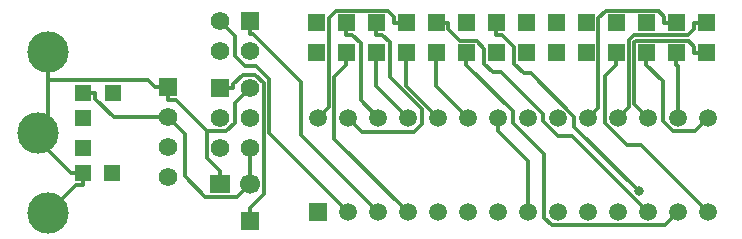
<source format=gbl>
G04 Layer: BottomLayer*
G04 EasyEDA v6.5.5, 2022-06-07 12:17:47*
G04 816fe8a47c3545be857c20b100b7e496,0a780afeddf54f0185a1b1f5ac8a31da,10*
G04 Gerber Generator version 0.2*
G04 Scale: 100 percent, Rotated: No, Reflected: No *
G04 Dimensions in millimeters *
G04 leading zeros omitted , absolute positions ,4 integer and 5 decimal *
%FSLAX45Y45*%
%MOMM*%

%ADD11C,0.3000*%
%ADD12C,0.8000*%
%ADD14C,1.7000*%
%ADD15R,1.5748X1.5748*%
%ADD16C,1.5748*%
%ADD18R,1.5000X1.5000*%
%ADD19C,1.5000*%
%ADD20C,3.5001*%
%ADD21R,1.4224X1.4224*%

%LPD*%
D11*
X5876569Y-1032255D02*
G01*
X5764758Y-1144066D01*
X5577484Y-1144066D01*
X5495569Y-1062151D01*
X5495569Y-722096D01*
X5354193Y-580720D01*
X5354193Y-479755D02*
G01*
X5354193Y-580720D01*
X2574569Y-1032255D02*
G01*
X2664485Y-942339D01*
X2664485Y-182295D01*
X2723311Y-123469D01*
X3169411Y-123469D01*
X3221227Y-175285D01*
X3221227Y-225755D01*
X3322193Y-225755D02*
G01*
X3221227Y-225755D01*
X5862193Y-479755D02*
G01*
X5761227Y-479755D01*
X5368569Y-1032255D02*
G01*
X5253050Y-916736D01*
X5253050Y-388035D01*
X5262473Y-378612D01*
X5710554Y-378612D01*
X5761227Y-429285D01*
X5761227Y-479755D01*
X1996693Y-322021D02*
G01*
X2023922Y-322021D01*
X2429103Y-727202D01*
X2429103Y-1178788D01*
X3082569Y-1832254D01*
X1996693Y-213055D02*
G01*
X1996693Y-322021D01*
X2828569Y-1832254D02*
G01*
X2159076Y-1162761D01*
X2159076Y-702182D01*
X2048789Y-591896D01*
X1953895Y-591896D01*
X1869694Y-507695D01*
X1869694Y-340055D01*
X1742694Y-213055D01*
X3336569Y-1032255D02*
G01*
X3068193Y-763879D01*
X3068193Y-479755D01*
X3590569Y-1032255D02*
G01*
X3322193Y-763879D01*
X3322193Y-479755D01*
X3844569Y-1032255D02*
G01*
X3576193Y-763879D01*
X3576193Y-479755D01*
X4860569Y-1032255D02*
G01*
X4947335Y-945489D01*
X4947335Y-185267D01*
X5007990Y-124612D01*
X5456554Y-124612D01*
X5507227Y-175285D01*
X5507227Y-225755D01*
X5608193Y-225755D02*
G01*
X5507227Y-225755D01*
X586739Y-817879D02*
G01*
X688086Y-817879D01*
X1299997Y-1022985D02*
G01*
X842518Y-1022985D01*
X688086Y-868553D01*
X688086Y-817879D01*
X1996693Y-1284096D02*
G01*
X1996693Y-1593113D01*
X1996693Y-1593113D02*
G01*
X1887550Y-1702257D01*
X1620012Y-1702257D01*
X1444853Y-1527098D01*
X1444853Y-1167841D01*
X1299997Y-1022985D01*
X2814193Y-326720D02*
G01*
X2864662Y-326720D01*
X2933979Y-396036D01*
X2933979Y-883665D01*
X3082569Y-1032255D01*
X2814193Y-225755D02*
G01*
X2814193Y-326720D01*
X5622569Y-1032255D02*
G01*
X5622569Y-595096D01*
X5608193Y-580720D01*
X5608193Y-479755D02*
G01*
X5608193Y-580720D01*
X3830193Y-580720D02*
G01*
X4225569Y-976096D01*
X4225569Y-1078737D01*
X4486071Y-1339240D01*
X4486071Y-1875967D01*
X4552772Y-1942668D01*
X5512155Y-1942668D01*
X5622569Y-1832254D01*
X3830193Y-479755D02*
G01*
X3830193Y-580720D01*
X1996693Y-1793189D02*
G01*
X2112162Y-1677720D01*
X2112162Y-736854D01*
X2040127Y-664819D01*
X1935683Y-664819D01*
X1851660Y-748842D01*
X1851660Y-776096D01*
X1996693Y-1902155D02*
G01*
X1996693Y-1793189D01*
X1742694Y-776096D02*
G01*
X1851660Y-776096D01*
X5876569Y-1832254D02*
G01*
X5305018Y-1260703D01*
X5188584Y-1260703D01*
X5006187Y-1078306D01*
X5006187Y-674725D01*
X5100193Y-580720D01*
X5100193Y-479755D02*
G01*
X5100193Y-580720D01*
X3068193Y-326720D02*
G01*
X3118662Y-326720D01*
X3179190Y-387248D01*
X3179190Y-685088D01*
X3450310Y-956208D01*
X3450310Y-1087145D01*
X3383991Y-1153464D01*
X2949778Y-1153464D01*
X2828569Y-1032255D01*
X3068193Y-225755D02*
G01*
X3068193Y-326720D01*
X5862193Y-225755D02*
G01*
X5761227Y-225755D01*
X5114569Y-1032255D02*
G01*
X5207634Y-939190D01*
X5207634Y-369239D01*
X5246827Y-330047D01*
X5707405Y-330047D01*
X5761227Y-276225D01*
X5761227Y-225755D01*
X5368569Y-1832254D02*
G01*
X4720386Y-1184071D01*
X4607407Y-1184071D01*
X4479569Y-1056233D01*
X4479569Y-1000785D01*
X4119930Y-641146D01*
X4051477Y-641146D01*
X3983050Y-572719D01*
X3983050Y-445338D01*
X3916324Y-378612D01*
X3779545Y-378612D01*
X3677158Y-276225D01*
X3677158Y-225755D01*
X3576193Y-225755D02*
G01*
X3677158Y-225755D01*
X3336569Y-1832254D02*
G01*
X2713227Y-1208912D01*
X2713227Y-681685D01*
X2814193Y-580720D01*
X2814193Y-479755D02*
G01*
X2814193Y-580720D01*
X1299997Y-768985D02*
G01*
X1299997Y-877951D01*
X1742694Y-1593113D02*
G01*
X1742694Y-1484147D01*
X586739Y-1599945D02*
G01*
X520954Y-1599945D01*
X287020Y-1833879D01*
X586739Y-1498600D02*
G01*
X586739Y-1599945D01*
X586739Y-1498600D02*
G01*
X485394Y-1498600D01*
X485394Y-1498600D02*
G01*
X287020Y-1300226D01*
X287020Y-1158239D01*
X287020Y-1158239D02*
G01*
X205739Y-1158239D01*
X1299997Y-768985D02*
G01*
X1191031Y-768985D01*
X287020Y-708710D02*
G01*
X1130757Y-708710D01*
X1191031Y-768985D01*
X287020Y-1158239D02*
G01*
X287020Y-708710D01*
X287020Y-708710D02*
G01*
X287020Y-477520D01*
X4098569Y-1032255D02*
G01*
X4098569Y-1142745D01*
X4352569Y-1396745D01*
X4352569Y-1832254D01*
X1633397Y-1143482D02*
G01*
X1633397Y-1374851D01*
X1742694Y-1484147D01*
X1996693Y-776096D02*
G01*
X1869897Y-902893D01*
X1869897Y-1071346D01*
X1797761Y-1143482D01*
X1633397Y-1143482D01*
X1633397Y-1143482D02*
G01*
X1367866Y-877951D01*
X1299997Y-877951D01*
X4084193Y-225755D02*
G01*
X4084193Y-326720D01*
X4084193Y-326720D02*
G01*
X4134662Y-326720D01*
X4237050Y-429107D01*
X4237050Y-573379D01*
X4317161Y-653491D01*
X4377283Y-653491D01*
X4745050Y-1021257D01*
X4745050Y-1106525D01*
X5292674Y-1654149D01*
G36*
X1657695Y-1514381D02*
G01*
X1827695Y-1514381D01*
X1827695Y-1671861D01*
X1657695Y-1671861D01*
G37*
D14*
G01*
X1996693Y-1593121D03*
D15*
G01*
X1996693Y-1902155D03*
D16*
G01*
X1996693Y-1284089D03*
G01*
X1742694Y-1284089D03*
G01*
X1996693Y-1030089D03*
G01*
X1742694Y-1030089D03*
G01*
X1996693Y-776089D03*
D15*
G01*
X1742694Y-776089D03*
G01*
X1996688Y-213055D03*
D16*
G01*
X1996688Y-467055D03*
G01*
X1742688Y-213055D03*
G01*
X1742688Y-467055D03*
G36*
X2489456Y-409016D02*
G01*
X2630934Y-409016D01*
X2630934Y-550494D01*
X2489456Y-550494D01*
G37*
G36*
X2489456Y-155016D02*
G01*
X2630934Y-155016D01*
X2630934Y-296494D01*
X2489456Y-296494D01*
G37*
G36*
X2743456Y-409016D02*
G01*
X2884934Y-409016D01*
X2884934Y-550494D01*
X2743456Y-550494D01*
G37*
G36*
X2743456Y-155016D02*
G01*
X2884934Y-155016D01*
X2884934Y-296494D01*
X2743456Y-296494D01*
G37*
G36*
X2997456Y-409016D02*
G01*
X3138934Y-409016D01*
X3138934Y-550494D01*
X2997456Y-550494D01*
G37*
G36*
X2997456Y-155016D02*
G01*
X3138934Y-155016D01*
X3138934Y-296494D01*
X2997456Y-296494D01*
G37*
G36*
X3251456Y-409016D02*
G01*
X3392934Y-409016D01*
X3392934Y-550494D01*
X3251456Y-550494D01*
G37*
G36*
X3251456Y-155016D02*
G01*
X3392934Y-155016D01*
X3392934Y-296494D01*
X3251456Y-296494D01*
G37*
G36*
X3505456Y-409016D02*
G01*
X3646934Y-409016D01*
X3646934Y-550494D01*
X3505456Y-550494D01*
G37*
G36*
X3505456Y-155016D02*
G01*
X3646934Y-155016D01*
X3646934Y-296494D01*
X3505456Y-296494D01*
G37*
G36*
X3759456Y-409016D02*
G01*
X3900934Y-409016D01*
X3900934Y-550494D01*
X3759456Y-550494D01*
G37*
G36*
X3759456Y-155016D02*
G01*
X3900934Y-155016D01*
X3900934Y-296494D01*
X3759456Y-296494D01*
G37*
G36*
X4013456Y-409016D02*
G01*
X4154934Y-409016D01*
X4154934Y-550494D01*
X4013456Y-550494D01*
G37*
G36*
X4013456Y-155016D02*
G01*
X4154934Y-155016D01*
X4154934Y-296494D01*
X4013456Y-296494D01*
G37*
G36*
X4267456Y-409016D02*
G01*
X4408934Y-409016D01*
X4408934Y-550494D01*
X4267456Y-550494D01*
G37*
G36*
X4267456Y-155016D02*
G01*
X4408934Y-155016D01*
X4408934Y-296494D01*
X4267456Y-296494D01*
G37*
G36*
X4521456Y-409016D02*
G01*
X4662934Y-409016D01*
X4662934Y-550494D01*
X4521456Y-550494D01*
G37*
G36*
X4521456Y-155016D02*
G01*
X4662934Y-155016D01*
X4662934Y-296494D01*
X4521456Y-296494D01*
G37*
G36*
X4775456Y-409016D02*
G01*
X4916934Y-409016D01*
X4916934Y-550494D01*
X4775456Y-550494D01*
G37*
G36*
X4775456Y-155016D02*
G01*
X4916934Y-155016D01*
X4916934Y-296494D01*
X4775456Y-296494D01*
G37*
G36*
X5029456Y-409016D02*
G01*
X5170934Y-409016D01*
X5170934Y-550494D01*
X5029456Y-550494D01*
G37*
G36*
X5029456Y-155016D02*
G01*
X5170934Y-155016D01*
X5170934Y-296494D01*
X5029456Y-296494D01*
G37*
G36*
X5283456Y-409016D02*
G01*
X5424934Y-409016D01*
X5424934Y-550494D01*
X5283456Y-550494D01*
G37*
G36*
X5283456Y-155016D02*
G01*
X5424934Y-155016D01*
X5424934Y-296494D01*
X5283456Y-296494D01*
G37*
G36*
X5537456Y-409016D02*
G01*
X5678934Y-409016D01*
X5678934Y-550494D01*
X5537456Y-550494D01*
G37*
G36*
X5537456Y-155016D02*
G01*
X5678934Y-155016D01*
X5678934Y-296494D01*
X5537456Y-296494D01*
G37*
G36*
X5791456Y-409016D02*
G01*
X5932934Y-409016D01*
X5932934Y-550494D01*
X5791456Y-550494D01*
G37*
G36*
X5791456Y-155016D02*
G01*
X5932934Y-155016D01*
X5932934Y-296494D01*
X5791456Y-296494D01*
G37*
D18*
G01*
X2574556Y-1832254D03*
D19*
G01*
X2828556Y-1832254D03*
G01*
X3082556Y-1832254D03*
G01*
X3336556Y-1832254D03*
G01*
X3590556Y-1832254D03*
G01*
X3844556Y-1832254D03*
G01*
X4098556Y-1832254D03*
G01*
X4352556Y-1832254D03*
G01*
X4606556Y-1832254D03*
G01*
X4860556Y-1832254D03*
G01*
X5114556Y-1832254D03*
G01*
X5368556Y-1832254D03*
G01*
X5622556Y-1832254D03*
G01*
X5876556Y-1832254D03*
G01*
X2574556Y-1032255D03*
G01*
X2828556Y-1032255D03*
G01*
X3082556Y-1032255D03*
G01*
X3336556Y-1032255D03*
G01*
X3590556Y-1032255D03*
G01*
X3844556Y-1032255D03*
G01*
X4098556Y-1032255D03*
G01*
X4352556Y-1032255D03*
G01*
X4606556Y-1032255D03*
G01*
X4860556Y-1032255D03*
G01*
X5114556Y-1032255D03*
G01*
X5368556Y-1032255D03*
G01*
X5622556Y-1032255D03*
G01*
X5876556Y-1032255D03*
D20*
G01*
X287020Y-477520D03*
G01*
X287020Y-1833879D03*
G01*
X205739Y-1158239D03*
D21*
G01*
X586739Y-1028700D03*
G01*
X586739Y-1287779D03*
G01*
X586739Y-1498600D03*
G01*
X586739Y-817879D03*
G01*
X835660Y-817879D03*
G01*
X830579Y-1498600D03*
D15*
G01*
X1299997Y-768997D03*
D16*
G01*
X1299997Y-1022997D03*
G01*
X1299997Y-1276997D03*
G01*
X1299997Y-1530997D03*
D12*
G01*
X5292674Y-1654149D03*
M02*

</source>
